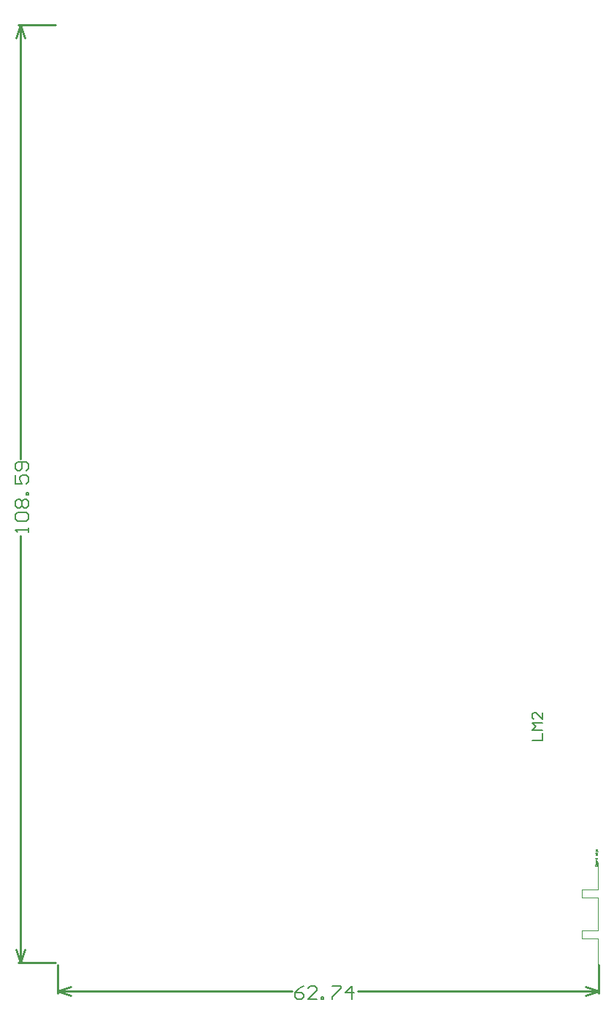
<source format=gm1>
G04*
G04 #@! TF.GenerationSoftware,Altium Limited,Altium Designer,20.0.11 (256)*
G04*
G04 Layer_Color=16711935*
%FSLAX25Y25*%
%MOIN*%
G70*
G01*
G75*
%ADD11C,0.01000*%
%ADD14C,0.00394*%
%ADD16C,0.00600*%
%ADD23C,0.00591*%
%ADD158C,0.00197*%
D11*
X-17000Y427500D02*
X-15000Y421500D01*
X-19000D02*
X-17000Y427500D01*
X-19000Y6000D02*
X-17000Y0D01*
X-15000Y6000D01*
X-17000Y229745D02*
Y427500D01*
Y0D02*
Y194555D01*
X-18000Y427500D02*
X-1000D01*
X-18000Y0D02*
X-1000D01*
X0Y-13000D02*
X6000Y-11000D01*
X0Y-13000D02*
X6000Y-15000D01*
X241000D02*
X247000Y-13000D01*
X241000Y-11000D02*
X247000Y-13000D01*
X0D02*
X106804D01*
X136996D02*
X247000D01*
X0Y-14000D02*
Y-1000D01*
X247000Y-14000D02*
Y-1000D01*
D14*
X246758Y-1531D02*
Y10988D01*
X239278D02*
X246758D01*
X239278D02*
Y14532D01*
X246758D01*
Y22091D01*
Y29650D01*
X239278D02*
X246758D01*
X239278D02*
Y33193D01*
X246758D01*
Y45713D01*
D16*
X-13401Y196155D02*
Y198154D01*
Y197155D01*
X-19399D01*
X-18399Y196155D01*
Y201154D02*
X-19399Y202153D01*
Y204153D01*
X-18399Y205152D01*
X-14401D01*
X-13401Y204153D01*
Y202153D01*
X-14401Y201154D01*
X-18399D01*
Y207152D02*
X-19399Y208151D01*
Y210151D01*
X-18399Y211150D01*
X-17400D01*
X-16400Y210151D01*
X-15400Y211150D01*
X-14401D01*
X-13401Y210151D01*
Y208151D01*
X-14401Y207152D01*
X-15400D01*
X-16400Y208151D01*
X-17400Y207152D01*
X-18399D01*
X-16400Y208151D02*
Y210151D01*
X-13401Y213150D02*
X-14401D01*
Y214149D01*
X-13401D01*
Y213150D01*
X-19399Y222147D02*
Y218148D01*
X-16400D01*
X-17400Y220147D01*
Y221147D01*
X-16400Y222147D01*
X-14401D01*
X-13401Y221147D01*
Y219148D01*
X-14401Y218148D01*
Y224146D02*
X-13401Y225146D01*
Y227145D01*
X-14401Y228145D01*
X-18399D01*
X-19399Y227145D01*
Y225146D01*
X-18399Y224146D01*
X-17400D01*
X-16400Y225146D01*
Y228145D01*
X112403Y-10601D02*
X110404Y-11601D01*
X108404Y-13600D01*
Y-15599D01*
X109404Y-16599D01*
X111403D01*
X112403Y-15599D01*
Y-14600D01*
X111403Y-13600D01*
X108404D01*
X118401Y-16599D02*
X114402D01*
X118401Y-12600D01*
Y-11601D01*
X117402Y-10601D01*
X115402D01*
X114402Y-11601D01*
X120401Y-16599D02*
Y-15599D01*
X121400D01*
Y-16599D01*
X120401D01*
X125399Y-10601D02*
X129398D01*
Y-11601D01*
X125399Y-15599D01*
Y-16599D01*
X134396D02*
Y-10601D01*
X131397Y-13600D01*
X135396D01*
D23*
X216568Y101374D02*
X221291D01*
Y104523D01*
Y106097D02*
X216568D01*
X218143Y107671D01*
X216568Y109246D01*
X221291D01*
Y113968D02*
Y110820D01*
X218143Y113968D01*
X217356D01*
X216568Y113181D01*
Y111607D01*
X217356Y110820D01*
D158*
X245447Y44091D02*
X246234D01*
Y44484D01*
X246103Y44615D01*
X245972D01*
X245841Y44484D01*
Y44091D01*
Y44484D01*
X245709Y44615D01*
X245578D01*
X245447Y44484D01*
Y44091D01*
X246234Y45009D02*
Y45271D01*
X246103Y45402D01*
X245841D01*
X245709Y45271D01*
Y45009D01*
X245841Y44878D01*
X246103D01*
X246234Y45009D01*
X245709Y45796D02*
Y46058D01*
X245841Y46190D01*
X246234D01*
Y45796D01*
X246103Y45665D01*
X245972Y45796D01*
Y46190D01*
X245709Y46452D02*
X246234D01*
X245972D01*
X245841Y46583D01*
X245709Y46714D01*
Y46846D01*
X245447Y47764D02*
X246234D01*
Y47370D01*
X246103Y47239D01*
X245841D01*
X245709Y47370D01*
Y47764D01*
X246234Y49207D02*
Y48945D01*
X246103Y48813D01*
X245841D01*
X245709Y48945D01*
Y49207D01*
X245841Y49338D01*
X245972D01*
Y48813D01*
X245447Y50125D02*
X246234D01*
Y49732D01*
X246103Y49601D01*
X245841D01*
X245709Y49732D01*
Y50125D01*
X246497Y50650D02*
Y50781D01*
X246365Y50912D01*
X245709D01*
Y50519D01*
X245841Y50388D01*
X246103D01*
X246234Y50519D01*
Y50912D01*
Y51569D02*
Y51306D01*
X246103Y51175D01*
X245841D01*
X245709Y51306D01*
Y51569D01*
X245841Y51700D01*
X245972D01*
Y51175D01*
M02*

</source>
